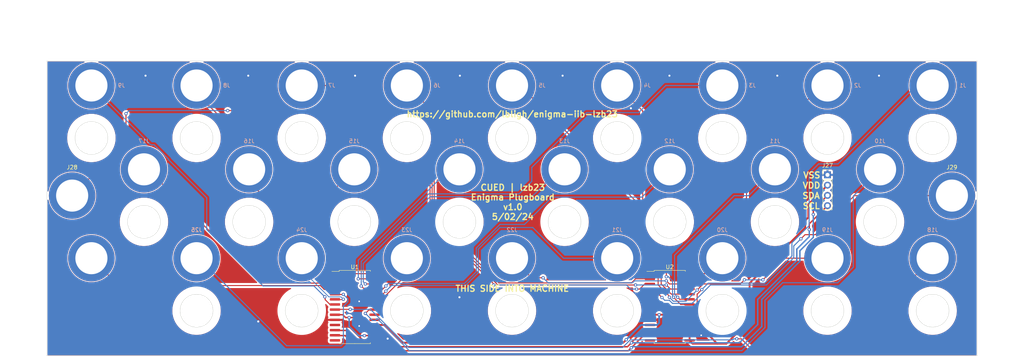
<source format=kicad_pcb>
(kicad_pcb (version 20221018) (generator pcbnew)
  (layers (0 "F.Cu" signal) (31 "B.Cu" signal) (34 "B.Paste" user) (35 "F.Paste" user) (36 "B.SilkS" user "B.Silkscreen") (37 "F.SilkS" user "F.Silkscreen") (38 "B.Mask" user) (39 "F.Mask" user) (44 "Edge.Cuts" user))
  (net 0 "")
  (net 1 "/Q")
  (net 2 "/W")
  (net 3 "/E")
  (net 4 "/R")
  (net 5 "/T")
  (net 6 "/Z")
  (net 7 "/U")
  (net 8 "/I")
  (net 9 "/O")
  (net 10 "/A")
  (net 11 "/S")
  (net 12 "/D")
  (net 13 "/F")
  (net 14 "/G")
  (net 15 "/H")
  (net 16 "/J")
  (net 17 "/K")
  (net 18 "/P")
  (net 19 "/Y")
  (net 20 "/X")
  (net 21 "/C")
  (net 22 "/V")
  (net 23 "/B")
  (net 24 "/N")
  (net 25 "/L")
  (net 26 "/M")
  (net 27 "SCK")
  (net 28 "SDA")
  (net 29 "VDD")
  (net 30 "VSS")
  (net 35 "/BT")
  (net 36 "/LT")
  (footprint "user_global_footprints:plugboard_test_socket" (layer "F.Cu") (at 255.26 70.33)
    (fp_text reference "J29")
    (fp_text value "Conn_01x01_Socket")
  )
  (footprint "user_global_footprints:plugboard_test_socket" (layer "F.Cu") (at 37.74 70.33)
    (fp_text reference "J28")
    (fp_text value "Conn_01x01_Socket")
  )
  (footprint "user_global_footprints:PinHeader_1x04_P2.54mm_Vertical_SLIM" (layer "F.Cu") (at 224.5 65.195)
    (fp_text reference "J27")
    (fp_text value "Conn_01x04_Pin")
  )
  (footprint "user_global_footprints:SOIC-28W_7.5x17.9mm_P1.27mm_long_pads" (layer "F.Cu") (at 107.622 97.917)
    (fp_text reference "U1")
    (fp_text value "MCP23017_SO")
  )
  (footprint "user_global_footprints:SOIC-28W_7.5x17.9mm_P1.27mm_long_pads" (layer "F.Cu") (at 185.5 97.912)
    (fp_text reference "U2")
    (fp_text value "MCP23017_SO")
  )
  (footprint "user_global_footprints:plugboard_socket" (layer "B.Cu") (at 198.5 85.83 180)
    (fp_text reference "J20")
    (fp_text value "Conn_01x01_Socket")
    (fp_circle (center 0 -13) (end 4 -13) (stroke (width 0.2)) (fill none) (layer "Edge.Cuts"))
  )
  (footprint "user_global_footprints:plugboard_socket" (layer "B.Cu") (at 172.5 85.83 180)
    (fp_text reference "J21")
    (fp_text value "Conn_01x01_Socket")
    (fp_circle (center 0 -13) (end 4 -13) (stroke (width 0.2)) (fill none) (layer "Edge.Cuts"))
  )
  (footprint "user_global_footprints:plugboard_socket" (layer "B.Cu") (at 224.5 85.83 180)
    (fp_text reference "J19")
    (fp_text value "Conn_01x01_Socket")
    (fp_circle (center 0 -13) (end 4 -13) (stroke (width 0.2)) (fill none) (layer "Edge.Cuts"))
  )
  (footprint "user_global_footprints:plugboard_socket" (layer "B.Cu") (at 68.5 43.07 180)
    (fp_text reference "J8")
    (fp_text value "Conn_01x01_Socket")
    (fp_circle (center 0 -13) (end 4 -13) (stroke (width 0.2)) (fill none) (layer "Edge.Cuts"))
  )
  (footprint "user_global_footprints:plugboard_socket" (layer "B.Cu") (at 250.5 43.07 180)
    (fp_text reference "J1")
    (fp_text value "Conn_01x01_Socket")
    (fp_circle (center 0 -13) (end 4 -13) (stroke (width 0.2)) (fill none) (layer "Edge.Cuts"))
  )
  (footprint "user_global_footprints:plugboard_socket" (layer "B.Cu") (at 146.5 85.83 180)
    (fp_text reference "J22")
    (fp_text value "Conn_01x01_Socket")
    (fp_circle (center 0 -13) (end 4 -13) (stroke (width 0.2)) (fill none) (layer "Edge.Cuts"))
  )
  (footprint "user_global_footprints:plugboard_socket" (layer "B.Cu") (at 146.5 43.07 180)
    (fp_text reference "J5")
    (fp_text value "Conn_01x01_Socket")
    (fp_circle (center 0 -13) (end 4 -13) (stroke (width 0.2)) (fill none) (layer "Edge.Cuts"))
  )
  (footprint "user_global_footprints:plugboard_socket" (layer "B.Cu") (at 133.5 63.83 180)
    (fp_text reference "J14")
    (fp_text value "Conn_01x01_Socket")
    (fp_circle (center 0 -13) (end 4 -13) (stroke (width 0.2)) (fill none) (layer "Edge.Cuts"))
  )
  (footprint "user_global_footprints:plugboard_socket" (layer "B.Cu") (at 120.5 85.83 180)
    (fp_text reference "J23")
    (fp_text value "Conn_01x01_Socket")
    (fp_circle (center 0 -13) (end 4 -13) (stroke (width 0.2)) (fill none) (layer "Edge.Cuts"))
  )
  (footprint "user_global_footprints:plugboard_socket" (layer "B.Cu") (at 250.5 85.83 180)
    (fp_text reference "J18")
    (fp_text value "Conn_01x01_Socket")
    (fp_circle (center 0 -13) (end 4 -13) (stroke (width 0.2)) (fill none) (layer "Edge.Cuts"))
  )
  (footprint "user_global_footprints:plugboard_socket" (layer "B.Cu") (at 185.5 63.83 180)
    (fp_text reference "J12")
    (fp_text value "Conn_01x01_Socket")
    (fp_circle (center 0 -13) (end 4 -13) (stroke (width 0.2)) (fill none) (layer "Edge.Cuts"))
  )
  (footprint "user_global_footprints:plugboard_socket" (layer "B.Cu") (at 94.5 85.83 180)
    (fp_text reference "J24")
    (fp_text value "Conn_01x01_Socket")
    (fp_circle (center 0 -13) (end 4 -13) (stroke (width 0.2)) (fill none) (layer "Edge.Cuts"))
  )
  (footprint "user_global_footprints:plugboard_socket" (layer "B.Cu") (at 107.5 63.83 180)
    (fp_text reference "J15")
    (fp_text value "Conn_01x01_Socket")
    (fp_circle (center 0 -13) (end 4 -13) (stroke (width 0.2)) (fill none) (layer "Edge.Cuts"))
  )
  (footprint "user_global_footprints:plugboard_socket" (layer "B.Cu") (at 198.5 43.07 180)
    (fp_text reference "J3")
    (fp_text value "Conn_01x01_Socket")
    (fp_circle (center 0 -13) (end 4 -13) (stroke (width 0.2)) (fill none) (layer "Edge.Cuts"))
  )
  (footprint "user_global_footprints:plugboard_socket" (layer "B.Cu") (at 172.5 43.07 180)
    (fp_text reference "J4")
    (fp_text value "Conn_01x01_Socket")
    (fp_circle (center 0 -13) (end 4 -13) (stroke (width 0.2)) (fill none) (layer "Edge.Cuts"))
  )
  (footprint "user_global_footprints:plugboard_socket" (layer "B.Cu") (at 68.5 85.83 180)
    (fp_text reference "J26")
    (fp_text value "Conn_01x01_Socket")
    (fp_circle (center 0 -13) (end 4 -13) (stroke (width 0.2)) (fill none) (layer "Edge.Cuts"))
  )
  (footprint "user_global_footprints:plugboard_socket" (layer "B.Cu") (at 42.5 43.07 180)
    (fp_text reference "J9")
    (fp_text value "Conn_01x01_Socket")
    (fp_circle (center 0 -13) (end 4 -13) (stroke (width 0.2)) (fill none) (layer "Edge.Cuts"))
  )
  (footprint "user_global_footprints:plugboard_socket" (layer "B.Cu") (at 224.5 43.07 180)
    (fp_text reference "J2")
    (fp_text value "Conn_01x01_Socket")
    (fp_circle (center 0 -13) (end 4 -13) (stroke (width 0.2)) (fill none) (layer "Edge.Cuts"))
  )
  (footprint "user_global_footprints:plugboard_socket" (layer "B.Cu") (at 68.5 85.83 180)
    (fp_text reference "J25")
    (fp_text value "Conn_01x01_Socket")
    (fp_circle (center 0 -13) (end 4 -13) (stroke (width 0.2)) (fill none) (layer "Edge.Cuts"))
  )
  (footprint "user_global_footprints:plugboard_socket" (layer "B.Cu") (at 81.5 63.83 180)
    (fp_text reference "J16")
    (fp_text value "Conn_01x01_Socket")
    (fp_circle (center 0 -13) (end 4 -13) (stroke (width 0.2)) (fill none) (layer "Edge.Cuts"))
  )
  (footprint "user_global_footprints:plugboard_socket" (layer "B.Cu") (at 159.5 63.83 180)
    (fp_text reference "J13")
    (fp_text value "Conn_01x01_Socket")
    (fp_circle (center 0 -13) (end 4 -13) (stroke (width 0.2)) (fill none) (layer "Edge.Cuts"))
  )
  (footprint "user_global_footprints:plugboard_socket" (layer "B.Cu") (at 211.5 63.83 180)
    (fp_text reference "J11")
    (fp_text value "Conn_01x01_Socket")
    (fp_circle (center 0 -13) (end 4 -13) (stroke (width 0.2)) (fill none) (layer "Edge.Cuts"))
  )
  (footprint "user_global_footprints:plugboard_socket" (layer "B.Cu") (at 94.5 43.07 180)
    (fp_text reference "J7")
    (fp_text value "Conn_01x01_Socket")
    (fp_circle (center 0 -13) (end 4 -13) (stroke (width 0.2)) (fill none) (layer "Edge.Cuts"))
  )
  (footprint "user_global_footprints:plugboard_socket" (layer "B.Cu") (at 55.5 63.83 180)
    (fp_text reference "J17")
    (fp_text value "Conn_01x01_Socket")
    (fp_circle (center 0 -13) (end 4 -13) (stroke (width 0.2)) (fill none) (layer "Edge.Cuts"))
  )
  (footprint "user_global_footprints:plugboard_socket" (layer "B.Cu") (at 120.5 43.07 180)
    (fp_text reference "J6")
    (fp_text value "Conn_01x01_Socket")
    (fp_circle (center 0 -13) (end 4 -13) (stroke (width 0.2)) (fill none) (layer "Edge.Cuts"))
  )
  (footprint "user_global_footprints:plugboard_socket" (layer "B.Cu") (at 237.5 63.83 180)
    (fp_text reference "J10")
    (fp_text value "Conn_01x01_Socket")
    (fp_circle (center 0 -13) (end 4 -13) (stroke (width 0.2)) (fill none) (layer "Edge.Cuts"))
  )
  (gr_rect (start 31.5 37) (end 261.5 110) (stroke (width 0.1)) (fill none) (layer "Edge.Cuts"))
  (gr_text "https://github.com/lbligh/enigma-iib-lzb23" (at 146.558 50.165) (layer "F.SilkS") (effects (font (size 1.5 1.5) (thickness 0.3) bold)))
  (gr_text "THIS SIDE INTO MACHINE" (at 146.558 93.345) (layer "F.SilkS") (effects (font (size 1.5 1.5) (thickness 0.3) bold)))
  (gr_text "VDD" (at 222.885 67.818) (layer "F.SilkS") (effects (font (size 1.5 1.5) (thickness 0.3) bold) (justify right)))
  (gr_text "CUED | lzb23\nEnigma Plugboard\nv1.0\n5/02/24" (at 146.685 76.454) (layer "F.SilkS") (effects (font (size 1.5 1.5) (thickness 0.3) bold) (justify bottom)))
  (gr_text "SCL" (at 222.758 72.898) (layer "F.SilkS") (effects (font (size 1.5 1.5) (thickness 0.3) bold) (justify right)))
  (gr_text "VSS" (at 222.885 65.278) (layer "F.SilkS") (effects (font (size 1.5 1.5) (thickness 0.3) bold) (justify right)))
  (gr_text "SDA" (at 222.758 70.358) (layer "F.SilkS") (effects (font (size 1.5 1.5) (thickness 0.3) bold) (justify right)))
  (segment (start 191.521 98.547) (end 190.4 98.547) (width 0.25) (layer "F.Cu") (net 1))
  (segment (start 192.278 97.79) (end 191.521 98.547) (width 0.25) (layer "F.Cu") (net 1))
  (segment (start 192.278 94.733402) (end 192.278 97.79) (width 0.25) (layer "F.Cu") (net 1))
  (segment (start 193.416701 93.594701) (end 192.278 94.733402) (width 0.25) (layer "F.Cu") (net 1))
  (via (at 193.416701 93.594701) (size 0.8) (drill 0.4) (layers "F.Cu" "B.Cu") (net 1))
  (segment (start 193.425299 93.594701) (end 195.014 92.006) (width 0.25) (layer "B.Cu") (net 1))
  (segment (start 219.964 77.760695) (end 219.964 64.818676) (width 0.25) (layer "B.Cu") (net 1))
  (segment (start 195.014 92.006) (end 208.984 92.006) (width 0.25) (layer "B.Cu") (net 1))
  (segment (start 227.076 62.484) (end 246.49 43.07) (width 0.25) (layer "B.Cu") (net 1))
  (segment (start 193.416701 93.594701) (end 193.425299 93.594701) (width 0.25) (layer "B.Cu") (net 1))
  (segment (start 215.704 82.020695) (end 219.964 77.760695) (width 0.25) (layer "B.Cu") (net 1))
  (segment (start 208.984 92.006) (end 215.704 85.286) (width 0.25) (layer "B.Cu") (net 1))
  (segment (start 222.298676 62.484) (end 227.076 62.484) (width 0.25) (layer "B.Cu") (net 1))
  (segment (start 215.704 85.286) (end 215.704 82.020695) (width 0.25) (layer "B.Cu") (net 1))
  (segment (start 219.964 64.818676) (end 222.298676 62.484) (width 0.25) (layer "B.Cu") (net 1))
  (segment (start 246.49 43.07) (end 250.5 43.07) (width 0.25) (layer "B.Cu") (net 1))
  (segment (start 190.4 90.927) (end 188.717 90.927) (width 0.25) (layer "F.Cu") (net 2))
  (segment (start 187.96 87.376) (end 204.47 70.866) (width 0.25) (layer "F.Cu") (net 2))
  (segment (start 188.717 90.927) (end 187.96 90.17) (width 0.25) (layer "F.Cu") (net 2))
  (segment (start 204.47 61.722) (end 223.122 43.07) (width 0.25) (layer "F.Cu") (net 2))
  (segment (start 204.47 70.866) (end 204.47 61.722) (width 0.25) (layer "F.Cu") (net 2))
  (segment (start 223.122 43.07) (end 224.5 43.07) (width 0.25) (layer "F.Cu") (net 2))
  (segment (start 187.96 90.17) (end 187.96 87.376) (width 0.25) (layer "F.Cu") (net 2))
  (segment (start 112.522 93.472) (end 109.982 93.472) (width 0.25) (layer "F.Cu") (net 3))
  (segment (start 109.982 93.472) (end 109.22 92.71) (width 0.25) (layer "F.Cu") (net 3))
  (via (at 109.22 92.71) (size 0.8) (drill 0.4) (layers "F.Cu" "B.Cu") (net 3))
  (segment (start 164.954652 49.784) (end 177.8 49.784) (width 0.25) (layer "B.Cu") (net 3))
  (segment (start 177.8 49.784) (end 184.514 43.07) (width 0.25) (layer "B.Cu") (net 3))
  (segment (start 184.514 43.07) (end 198.5 43.07) (width 0.25) (layer "B.Cu") (net 3))
  (segment (start 151.384 63.354652) (end 164.954652 49.784) (width 0.25) (layer "B.Cu") (net 3))
  (segment (start 125.929 69.905) (end 148.281 69.905) (width 0.25) (layer "B.Cu") (net 3))
  (segment (start 109.22 92.71) (end 109.22 86.614) (width 0.25) (layer "B.Cu") (net 3))
  (segment (start 148.281 69.905) (end 151.384 66.802) (width 0.25) (layer "B.Cu") (net 3))
  (segment (start 151.384 66.802) (end 151.384 63.354652) (width 0.25) (layer "B.Cu") (net 3))
  (segment (start 109.22 86.614) (end 125.929 69.905) (width 0.25) (layer "B.Cu") (net 3))
  (segment (start 184.658 88.392) (end 178.816 82.55) (width 0.25) (layer "F.Cu") (net 4))
  (segment (start 188.200402 97.277) (end 190.4 97.277) (width 0.25) (layer "F.Cu") (net 4))
  (segment (start 178.816 49.386) (end 172.5 43.07) (width 0.25) (layer "F.Cu") (net 4))
  (segment (start 184.658 90.424) (end 184.658 88.392) (width 0.25) (layer "F.Cu") (net 4))
  (segment (start 178.816 82.55) (end 178.816 49.386) (width 0.25) (layer "F.Cu") (net 4))
  (segment (start 186.431701 95.508299) (end 188.200402 97.277) (width 0.25) (layer "F.Cu") (net 4))
  (via (at 186.431701 95.508299) (size 0.8) (drill 0.4) (layers "F.Cu" "B.Cu") (net 4))
  (via (at 184.658 90.424) (size 0.8) (drill 0.4) (layers "F.Cu" "B.Cu") (net 4))
  (segment (start 186.182 95.258598) (end 186.431701 95.508299) (width 0.25) (layer "B.Cu") (net 4))
  (segment (start 184.658 90.424) (end 185.166 90.424) (width 0.25) (layer "B.Cu") (net 4))
  (segment (start 186.182 91.44) (end 186.182 95.258598) (width 0.25) (layer "B.Cu") (net 4))
  (segment (start 185.166 90.424) (end 186.182 91.44) (width 0.25) (layer "B.Cu") (net 4))
  (segment (start 185.905096 94.737) (end 190.4 94.737) (width 0.25) (layer "F.Cu") (net 5))
  (segment (start 183.388 88.138) (end 183.388 92.219904) (width 0.25) (layer "F.Cu") (net 5))
  (segment (start 183.388 92.219904) (end 185.905096 94.737) (width 0.25) (layer "F.Cu") (net 5))
  (segment (start 178.308 83.058) (end 183.388 88.138) (width 0.25) (layer "F.Cu") (net 5))
  (segment (start 148.48 43.07) (end 178.308 72.898) (width 0.25) (layer "F.Cu") (net 5))
  (segment (start 146.5 43.07) (end 148.48 43.07) (width 0.25) (layer "F.Cu") (net 5))
  (segment (start 178.308 72.898) (end 178.308 83.058) (width 0.25) (layer "F.Cu") (net 5))
  (segment (start 127.254 79.246058) (end 131.573942 83.566) (width 0.25) (layer "F.Cu") (net 6))
  (segment (start 176.022 91.948) (end 177.038 90.932) (width 0.25) (layer "F.Cu") (net 6))
  (segment (start 120.5 43.07) (end 128.524 51.094) (width 0.25) (layer "F.Cu") (net 6))
  (segment (start 128.524 59.944) (end 127.254 61.214) (width 0.25) (layer "F.Cu") (net 6))
  (segment (start 134.874 83.566) (end 143.256 91.948) (width 0.25) (layer "F.Cu") (net 6))
  (segment (start 143.256 91.948) (end 176.022 91.948) (width 0.25) (layer "F.Cu") (net 6))
  (segment (start 127.254 61.214) (end 127.254 79.246058) (width 0.25) (layer "F.Cu") (net 6))
  (segment (start 128.524 51.094) (end 128.524 59.944) (width 0.25) (layer "F.Cu") (net 6))
  (segment (start 131.573942 83.566) (end 134.874 83.566) (width 0.25) (layer "F.Cu") (net 6))
  (segment (start 177.038 90.932) (end 180.6 90.932) (width 0.25) (layer "F.Cu") (net 6))
  (segment (start 185.660401 93.467) (end 190.4 93.467) (width 0.25) (layer "F.Cu") (net 7))
  (segment (start 128.016 59.69) (end 126.746 60.96) (width 0.25) (layer "F.Cu") (net 7))
  (segment (start 126.746 60.96) (end 126.746 79.502) (width 0.25) (layer "F.Cu") (net 7))
  (segment (start 128.016 51.308) (end 128.016 59.69) (width 0.25) (layer "F.Cu") (net 7))
  (segment (start 131.318 84.074) (end 134.62 84.074) (width 0.25) (layer "F.Cu") (net 7))
  (segment (start 94.5 43.07) (end 111.908652 43.07) (width 0.25) (layer "F.Cu") (net 7))
  (segment (start 126.746 79.502) (end 131.318 84.074) (width 0.25) (layer "F.Cu") (net 7))
  (segment (start 125.984 49.276) (end 128.016 51.308) (width 0.25) (layer "F.Cu") (net 7))
  (segment (start 111.908652 43.07) (end 118.114652 49.276) (width 0.25) (layer "F.Cu") (net 7))
  (segment (start 118.114652 49.276) (end 125.984 49.276) (width 0.25) (layer "F.Cu") (net 7))
  (segment (start 143.002 92.456) (end 177.038 92.456) (width 0.25) (layer "F.Cu") (net 7))
  (segment (start 134.62 84.074) (end 143.002 92.456) (width 0.25) (layer "F.Cu") (net 7))
  (segment (start 184.645452 92.452051) (end 185.660401 93.467) (width 0.25) (layer "F.Cu") (net 7))
  (via (at 177.038 92.456) (size 0.8) (drill 0.4) (layers "F.Cu" "B.Cu") (net 7))
  (via (at 184.645452 92.452051) (size 0.8) (drill 0.4) (layers "F.Cu" "B.Cu") (net 7))
  (segment (start 184.641503 92.456) (end 177.038 92.456) (width 0.25) (layer "B.Cu") (net 7))
  (segment (start 184.645452 92.452051) (end 184.641503 92.456) (width 0.25) (layer "B.Cu") (net 7))
  (segment (start 102.95 89.745) (end 102.35 89.145) (width 0.25) (layer "F.Cu") (net 8))
  (segment (start 79.5 56) (end 68.5 45) (width 0.25) (layer "F.Cu") (net 8))
  (segment (start 102.35 89.145) (end 102.35 83.15) (width 0.25) (layer "F.Cu") (net 8))
  (segment (start 83.3 56) (end 79.5 56) (width 0.25) (layer "F.Cu") (net 8))
  (segment (start 68.5 45) (end 68.5 43.07) (width 0.25) (layer "F.Cu") (net 8))
  (segment (start 88.2 60.9) (end 83.3 56) (width 0.25) (layer "F.Cu") (net 8))
  (segment (start 102.35 83.15) (end 97.4 78.2) (width 0.25) (layer "F.Cu") (net 8))
  (segment (start 88.2 72.7) (end 88.2 60.9) (width 0.25) (layer "F.Cu") (net 8))
  (segment (start 97.4 78.2) (end 93.7 78.2) (width 0.25) (layer "F.Cu") (net 8))
  (segment (start 93.7 78.2) (end 88.2 72.7) (width 0.25) (layer "F.Cu") (net 8))
  (segment (start 100.3 95.489244) (end 100.3 96.1) (width 0.25) (layer "F.Cu") (net 9))
  (segment (start 101.565 97.365) (end 102.95 97.365) (width 0.25) (layer "F.Cu") (net 9))
  (segment (start 100.3 96.1) (end 101.565 97.365) (width 0.25) (layer "F.Cu") (net 9))
  (segment (start 100.205378 95.394622) (end 100.3 95.489244) (width 0.25) (layer "F.Cu") (net 9))
  (via (at 100.205378 95.394622) (size 0.8) (drill 0.4) (layers "F.Cu" "B.Cu") (net 9))
  (segment (start 61.575 61.448) (end 61.575 61.313652) (width 0.25) (layer "B.Cu") (net 9))
  (segment (start 84.958 92.705) (end 71.016348 78.763348) (width 0.25) (layer "B.Cu") (net 9))
  (segment (start 57.185 57.755) (end 42.5 43.07) (width 0.25) (layer "B.Cu") (net 9))
  (segment (start 100.205378 95.394622) (end 97.515756 92.705) (width 0.25) (layer "B.Cu") (net 9))
  (segment (start 97.515756 92.705) (end 84.958 92.705) (width 0.25) (layer "B.Cu") (net 9))
  (segment (start 71.016348 78.763348) (end 71.016348 70.889348) (width 0.25) (layer "B.Cu") (net 9))
  (segment (start 58.016348 57.755) (end 57.185 57.755) (width 0.25) (layer "B.Cu") (net 9))
  (segment (start 61.575 61.313652) (end 58.016348 57.755) (width 0.25) (layer "B.Cu") (net 9))
  (segment (start 71.016348 70.889348) (end 61.575 61.448) (width 0.25) (layer "B.Cu") (net 9))
  (segment (start 112.5 98.635) (end 111.115 98.635) (width 0.25) (layer "F.Cu") (net 10))
  (segment (start 111.115 98.635) (end 110.25 99.5) (width 0.25) (layer "F.Cu") (net 10))
  (via (at 110.25 99.5) (size 0.8) (drill 0.4) (layers "F.Cu" "B.Cu") (net 10))
  (segment (start 112 101.25) (end 112.68 101.25) (width 0.25) (layer "B.Cu") (net 10))
  (segment (start 112.68 101.25) (end 113.150773 100.779227) (width 0.25) (layer "B.Cu") (net 10))
  (segment (start 121.086363 108.714817) (end 203.324183 108.714817) (width 0.25) (layer "B.Cu") (net 10))
  (segment (start 227.016348 91.905) (end 230.886 88.035348) (width 0.25) (layer "B.Cu") (net 10))
  (segment (start 213.403 91.905) (end 227.016348 91.905) (width 0.25) (layer "B.Cu") (net 10))
  (segment (start 203.324183 108.714817) (end 209.042 102.997) (width 0.25) (layer "B.Cu") (net 10))
  (segment (start 113.150773 100.779227) (end 121.086363 108.714817) (width 0.25) (layer "B.Cu") (net 10))
  (segment (start 230.886 70.444) (end 237.5 63.83) (width 0.25) (layer "B.Cu") (net 10))
  (segment (start 209.042 96.266) (end 213.403 91.905) (width 0.25) (layer "B.Cu") (net 10))
  (segment (start 110.25 99.5) (end 112 101.25) (width 0.25) (layer "B.Cu") (net 10))
  (segment (start 230.886 88.035348) (end 230.886 70.444) (width 0.25) (layer "B.Cu") (net 10))
  (segment (start 209.042 102.997) (end 209.042 96.266) (width 0.25) (layer "B.Cu") (net 10))
  (segment (start 187.96 96.012) (end 190.395 96.012) (width 0.25) (layer "F.Cu") (net 11))
  (segment (start 187.452 95.504) (end 187.96 96.012) (width 0.25) (layer "F.Cu") (net 11))
  (segment (start 190.395 96.012) (end 190.4 96.007) (width 0.25) (layer "F.Cu") (net 11))
  (via (at 187.452 95.504) (size 0.8) (drill 0.4) (layers "F.Cu" "B.Cu") (net 11))
  (segment (start 186.69 94.742) (end 186.69 85.09) (width 0.25) (layer "B.Cu") (net 11))
  (segment (start 187.452 95.504) (end 186.69 94.742) (width 0.25) (layer "B.Cu") (net 11))
  (segment (start 204.972 70.358) (end 211.5 63.83) (width 0.25) (layer "B.Cu") (net 11))
  (segment (start 186.69 85.09) (end 201.422 70.358) (width 0.25) (layer "B.Cu") (net 11))
  (segment (start 201.422 70.358) (end 204.972 70.358) (width 0.25) (layer "B.Cu") (net 11))
  (segment (start 112.522 94.742) (end 113.284 94.742) (width 0.25) (layer "F.Cu") (net 12))
  (segment (start 114.3 93.726) (end 115.316 92.71) (width 0.25) (layer "F.Cu") (net 12))
  (segment (start 113.284 94.742) (end 114.3 93.726) (width 0.25) (layer "F.Cu") (net 12))
  (via (at 115.316 92.71) (size 0.8) (drill 0.4) (layers "F.Cu" "B.Cu") (net 12))
  (segment (start 137.668 83.312) (end 143.51 77.47) (width 0.25) (layer "B.Cu") (net 12))
  (segment (start 149.606 77.47) (end 156.371 70.705) (width 0.25) (layer "B.Cu") (net 12))
  (segment (start 115.316 92.71) (end 115.951 92.075) (width 0.25) (layer "B.Cu") (net 12))
  (segment (start 115.951 92.075) (end 134.747 92.075) (width 0.25) (layer "B.Cu") (net 12))
  (segment (start 134.747 92.075) (end 137.668 89.154) (width 0.25) (layer "B.Cu") (net 12))
  (segment (start 178.625 70.705) (end 185.5 63.83) (width 0.25) (layer "B.Cu") (net 12))
  (segment (start 156.371 70.705) (end 178.625 70.705) (width 0.25) (layer "B.Cu") (net 12))
  (segment (start 143.51 77.47) (end 149.606 77.47) (width 0.25) (layer "B.Cu") (net 12))
  (segment (start 137.668 89.154) (end 137.668 83.312) (width 0.25) (layer "B.Cu") (net 12))
  (segment (start 112.522 92.202) (end 110.236 92.202) (width 0.25) (layer "F.Cu") (net 13))
  (via (at 110.236 92.202) (size 0.8) (drill 0.4) (layers "F.Cu" "B.Cu") (net 13))
  (segment (start 158.166 63.83) (end 159.5 63.83) (width 0.25) (layer "B.Cu") (net 13))
  (segment (start 109.728 91.694) (end 109.728 87.122) (width 0.25) (layer "B.Cu") (net 13))
  (segment (start 151.384 70.612) (end 158.166 63.83) (width 0.25) (layer "B.Cu") (net 13))
  (segment (start 109.728 87.122) (end 126.238 70.612) (width 0.25) (layer "B.Cu") (net 13))
  (segment (start 110.236 92.202) (end 109.728 91.694) (width 0.25) (layer "B.Cu") (net 13))
  (segment (start 126.238 70.612) (end 151.384 70.612) (width 0.25) (layer "B.Cu") (net 13))
  (segment (start 108.4955 90.932) (end 112.522 90.932) (width 0.25) (layer "F.Cu") (net 14))
  (via (at 108.4955 90.932) (size 0.8) (drill 0.4) (layers "F.Cu" "B.Cu") (net 14))
  (segment (start 108.4955 86.3225) (end 130.988 63.83) (width 0.25) (layer "B.Cu") (net 14))
  (segment (start 108.4955 90.932) (end 108.4955 86.3225) (width 0.25) (layer "B.Cu") (net 14))
  (segment (start 130.988 63.83) (end 133.5 63.83) (width 0.25) (layer "B.Cu") (net 14))
  (segment (start 100.75 80) (end 100.75 70.58) (width 0.25) (layer "F.Cu") (net 15))
  (segment (start 112.417 89.662) (end 106.662 89.662) (width 0.25) (layer "F.Cu") (net 15))
  (segment (start 100.75 70.58) (end 107.5 63.83) (width 0.25) (layer "F.Cu") (net 15))
  (segment (start 106.662 89.662) (end 103.25 86.25) (width 0.25) (layer "F.Cu") (net 15))
  (segment (start 103.25 86.25) (end 103.25 82.5) (width 0.25) (layer "F.Cu") (net 15))
  (segment (start 103.25 82.5) (end 100.75 80) (width 0.25) (layer "F.Cu") (net 15))
  (segment (start 100.3 90.3) (end 100.3 88.6) (width 0.25) (layer "F.Cu") (net 16))
  (segment (start 97 79.1) (end 92.7 79.1) (width 0.25) (layer "F.Cu") (net 16))
  (segment (start 102.95 91.015) (end 101.015 91.015) (width 0.25) (layer "F.Cu") (net 16))
  (segment (start 81.5 66.9) (end 81.5 63.83) (width 0.25) (layer "F.Cu") (net 16))
  (segment (start 100.3 88.6) (end 101 87.9) (width 0.25) (layer "F.Cu") (net 16))
  (segment (start 101 87.9) (end 101 83.1) (width 0.25) (layer "F.Cu") (net 16))
  (segment (start 92.7 79.1) (end 87.6 74) (width 0.25) (layer "F.Cu") (net 16))
  (segment (start 87.6 73) (end 81.5 66.9) (width 0.25) (layer "F.Cu") (net 16))
  (segment (start 101.015 91.015) (end 100.3 90.3) (width 0.25) (layer "F.Cu") (net 16))
  (segment (start 87.6 74) (end 87.6 73) (width 0.25) (layer "F.Cu") (net 16))
  (segment (start 101 83.1) (end 97 79.1) (width 0.25) (layer "F.Cu") (net 16))
  (segment (start 102.945 92.29) (end 99.99 92.29) (width 0.25) (layer "F.Cu") (net 17))
  (segment (start 84.6 92) (end 56.43 63.83) (width 0.25) (layer "F.Cu") (net 17))
  (segment (start 99.7 92) (end 84.6 92) (width 0.25) (layer "F.Cu") (net 17))
  (segment (start 56.43 63.83) (end 55.5 63.83) (width 0.25) (layer "F.Cu") (net 17))
  (segment (start 99.99 92.29) (end 99.7 92) (width 0.25) (layer "F.Cu") (net 17))
  (segment (start 102.7 98.64) (end 102.84 98.5) (width 0.25) (layer "F.Cu") (net 18))
  (segment (start 203.2 105.791) (end 205.359 107.95) (width 0.25) (layer "F.Cu") (net 18))
  (segment (start 241.75 101.25) (end 241.75 94.58) (width 0.25) (layer "F.Cu") (net 18))
  (segment (start 235.05 107.95) (end 241.75 101.25) (width 0.25) (layer "F.Cu") (net 18))
  (segment (start 241.75 94.58) (end 250.5 85.83) (width 0.25) (layer "F.Cu") (net 18))
  (segment (start 205.359 107.95) (end 235.05 107.95) (width 0.25) (layer "F.Cu") (net 18))
  (segment (start 202.057 105.791) (end 203.2 105.791) (width 0.25) (layer "F.Cu") (net 18))
  (segment (start 102.84 98.5) (end 106.5 98.5) (width 0.25) (layer "F.Cu") (net 18))
  (via (at 202.057 105.791) (size 0.8) (drill 0.4) (layers "F.Cu" "B.Cu") (net 18))
  (via (at 106.5 98.5) (size 0.8) (drill 0.4) (layers "F.Cu" "B.Cu") (net 18))
  (segment (start 202.057 105.791) (end 201.295 105.791) (width 0.25) (layer "B.Cu") (net 18))
  (segment (start 173.825305 107.95) (end 120.957942 107.95) (width 0.25) (layer "B.Cu") (net 18))
  (segment (start 175.725353 106.049952) (end 173.825305 107.95) (width 0.25) (layer "B.Cu") (net 18))
  (segment (start 201.036048 106.049952) (end 175.725353 106.049952) (width 0.25) (layer "B.Cu") (net 18))
  (segment (start 201.295 105.791) (end 201.036048 106.049952) (width 0.25) (layer "B.Cu") (net 18))
  (segment (start 111.507942 98.5) (end 106.5 98.5) (width 0.25) (layer "B.Cu") (net 18))
  (segment (start 120.957942 107.95) (end 111.507942 98.5) (width 0.25) (layer "B.Cu") (net 18))
  (segment (start 182.626 92.456) (end 182.626 90.17) (width 0.25) (layer "F.Cu") (net 19))
  (segment (start 213.89 85.83) (end 208.534 91.186) (width 0.25) (layer "F.Cu") (net 19))
  (segment (start 192.269402 93.717402) (end 193.784804 92.202) (width 0.25) (layer "F.Cu") (net 19))
  (segment (start 193.784804 92.202) (end 202.946 92.202) (width 0.25) (layer "F.Cu") (net 19))
  (segment (start 185.42 95.25) (end 182.626 92.456) (width 0.25) (layer "F.Cu") (net 19))
  (segment (start 202.946 92.202) (end 203.962 91.186) (width 0.25) (layer "F.Cu") (net 19))
  (segment (start 185.42 95.504) (end 185.42 95.25) (width 0.25) (layer "F.Cu") (net 19))
  (segment (start 182.626 90.17) (end 182.118 89.662) (width 0.25) (layer "F.Cu") (net 19))
  (segment (start 182.118 89.662) (end 180.6 89.662) (width 0.25) (layer "F.Cu") (net 19))
  (segment (start 224.5 85.83) (end 213.89 85.83) (width 0.25) (layer "F.Cu") (net 19))
  (via (at 185.42 95.504) (size 0.8) (drill 0.4) (layers "F.Cu" "B.Cu") (net 19))
  (via (at 203.962 91.186) (size 0.8) (drill 0.4) (layers "F.Cu" "B.Cu") (net 19))
  (via (at 192.269402 93.717402) (size 0.8) (drill 0.4) (layers "F.Cu" "B.Cu") (net 19))
  (via (at 208.534 91.186) (size 0.8) (drill 0.4) (layers "F.Cu" "B.Cu") (net 19))
  (segment (start 208.534 91.186) (end 203.962 91.186) (width 0.25) (layer "B.Cu") (net 19))
  (segment (start 189.503804 96.483) (end 192.269402 93.717402) (width 0.25) (layer "B.Cu") (net 19))
  (segment (start 186.381097 96.483) (end 189.503804 96.483) (width 0.25) (layer "B.Cu") (net 19))
  (segment (start 185.42 95.521903) (end 186.381097 96.483) (width 0.25) (layer "B.Cu") (net 19))
  (segment (start 185.42 95.504) (end 185.42 95.521903) (width 0.25) (layer "B.Cu") (net 19))
  (segment (start 190.4 89.657) (end 194.673 89.657) (width 0.25) (layer "F.Cu") (net 20))
  (segment (start 194.673 89.657) (end 198.5 85.83) (width 0.25) (layer "F.Cu") (net 20))
  (segment (start 115.316 93.98) (end 113.284 96.012) (width 0.25) (layer "F.Cu") (net 21))
  (segment (start 113.284 96.012) (end 112.522 96.012) (width 0.25) (layer "F.Cu") (net 21))
  (via (at 115.316 93.98) (size 0.8) (drill 0.4) (layers "F.Cu" "B.Cu") (net 21))
  (segment (start 135.001 92.583) (end 138.176 89.408) (width 0.25) (layer "B.Cu") (net 21))
  (segment (start 138.176 89.408) (end 138.176 83.566) (width 0.25) (layer "B.Cu") (net 21))
  (segment (start 115.316 93.98) (end 116.713 92.583) (width 0.25) (layer "B.Cu") (net 21))
  (segment (start 138.176 83.566) (end 143.51 78.232) (width 0.25) (layer "B.Cu") (net 21))
  (segment (start 143.51 78.232) (end 151.638 78.232) (width 0.25) (layer "B.Cu") (net 21))
  (segment (start 159.236 85.83) (end 172.5 85.83) (width 0.25) (layer "B.Cu") (net 21))
  (segment (start 151.638 78.232) (end 159.236 85.83) (width 0.25) (layer "B.Cu") (net 21))
  (segment (start 116.713 92.583) (end 135.001 92.583) (width 0.25) (layer "B.Cu") (net 21))
  (segment (start 151.348 90.678) (end 154.178 90.678) (width 0.25) (layer "F.Cu") (net 22))
  (segment (start 185.42 92.202) (end 190.395 92.202) (width 0.25) (layer "F.Cu") (net 22))
  (segment (start 190.395 92.202) (end 190.4 92.197) (width 0.25) (layer "F.Cu") (net 22))
  (segment (start 184.658 91.44) (end 185.42 92.202) (width 0.25) (layer "F.Cu") (net 22))
  (segment (start 146.5 85.83) (end 151.348 90.678) (width 0.25) (layer "F.Cu") (net 22))
  (via (at 184.658 91.44) (size 0.8) (drill 0.4) (layers "F.Cu" "B.Cu") (net 22))
  (via (at 154.178 90.678) (size 0.8) (drill 0.4) (layers "F.Cu" "B.Cu") (net 22))
  (segment (start 176.319 91.905) (end 155.405 91.905) (width 0.25) (layer "B.Cu") (net 22))
  (segment (start 155.405 91.905) (end 154.178 90.678) (width 0.25) (layer "B.Cu") (net 22))
  (segment (start 176.784 91.44) (end 176.319 91.905) (width 0.25) (layer "B.Cu") (net 22))
  (segment (start 184.658 91.44) (end 176.784 91.44) (width 0.25) (layer "B.Cu") (net 22))
  (segment (start 120.5 89.821305) (end 120.5 85.83) (width 0.25) (layer "F.Cu") (net 23))
  (segment (start 114.652802 95.668503) (end 120.5 89.821305) (width 0.25) (layer "F.Cu") (net 23))
  (segment (start 114.652802 96.421198) (end 114.652802 95.668503) (width 0.25) (layer "F.Cu") (net 23))
  (segment (start 112.522 97.282) (end 113.792 97.282) (width 0.25) (layer "F.Cu") (net 23))
  (segment (start 113.792 97.282) (end 114.652802 96.421198) (width 0.25) (layer "F.Cu") (net 23))
  (segment (start 104.705 96.095) (end 104.8 96) (width 0.2) (layer "F.Cu") (net 24))
  (segment (start 102.95 96.095) (end 104.705 96.095) (width 0.2) (layer "F.Cu") (net 24))
  (via (at 104.8 96) (size 0.8) (drill 0.4) (layers "F.Cu" "B.Cu") (net 24))
  (segment (start 104.2 95.4) (end 101.2 95.4) (width 0.2) (layer "B.Cu") (net 24))
  (segment (start 104.8 96) (end 104.2 95.4) (width 0.2) (layer "B.Cu") (net 24))
  (segment (start 94.5 88.7) (end 94.5 85.83) (width 0.2) (layer "B.Cu") (net 24))
  (segment (start 101.2 95.4) (end 94.5 88.7) (width 0.2) (layer "B.Cu") (net 24))
  (segment (start 49.27 92.6) (end 42.5 85.83) (width 0.25) (layer "F.Cu") (net 25))
  (segment (start 100.06 93.56) (end 99.1 92.6) (width 0.25) (layer "F.Cu") (net 25))
  (segment (start 99.1 92.6) (end 49.27 92.6) (width 0.25) (layer "F.Cu") (net 25))
  (segment (start 102.945 93.56) (end 100.06 93.56) (width 0.25) (layer "F.Cu") (net 25))
  (segment (start 42.5 88.6) (end 42.5 85.83) (width 0.25) (layer "B.Cu") (net 25))
  (segment (start 102.95 94.825) (end 104.775 94.825) (width 0.25) (layer "F.Cu") (net 26))
  (segment (start 104.775 94.825) (end 104.8 94.8) (width 0.25) (layer "F.Cu") (net 26))
  (segment (start 68.5 85.83) (end 68.5 86.6) (width 0.25) (layer "F.Cu") (net 26))
  (via (at 104.8 94.8) (size 0.8) (drill 0.4) (layers "F.Cu" "B.Cu") (net 26))
  (segment (start 104.8 97.7) (end 104.8 106.95) (width 0.25) (layer "B.Cu") (net 26))
  (segment (start 69.105305 85.83) (end 68.5 85.83) (width 0.25) (layer "B.Cu") (net 26))
  (segment (start 105.9 95.9) (end 105.9 96.6) (width 0.25) (layer "B.Cu") (net 26))
  (segment (start 105.9 96.6) (end 104.8 97.7) (width 0.25) (layer "B.Cu") (net 26))
  (segment (start 104.8 106.95) (end 104.25 107.5) (width 0.25) (layer "B.Cu") (net 26))
  (segment (start 104.8 94.8) (end 105.9 95.9) (width 0.25) (layer "B.Cu") (net 26))
  (segment (start 104.25 107.5) (end 90.775305 107.5) (width 0.25) (layer "B.Cu") (net 26))
  (segment (start 90.775305 107.5) (end 69.105305 85.83) (width 0.25) (layer "B.Cu") (net 26))
  (segment (start 176.024952 106.725048) (end 179.03 103.72) (width 0.35) (layer "F.Cu") (net 27))
  (segment (start 176.024952 106.774952) (end 176.024952 106.725048) (width 0.35) (layer "F.Cu") (net 27))
  (segment (start 179.03 103.72) (end 180.6 103.72) (width 0.35) (layer "F.Cu") (net 27))
  (segment (start 176.024952 106.774952) (end 175.049904 107.75) (width 0.35) (layer "F.Cu") (net 27))
  (segment (start 220 77.315) (end 224.5 72.815) (width 0.35) (layer "F.Cu") (net 27))
  (segment (start 175.049904 107.75) (end 110 107.75) (width 0.35) (layer "F.Cu") (net 27))
  (segment (start 220 78.75) (end 220 77.315) (width 0.35) (layer "F.Cu") (net 27))
  (segment (start 105.97 103.72) (end 102.7 103.72) (width 0.35) (layer "F.Cu") (net 27))
  (segment (start 110 107.75) (end 105.97 103.72) (width 0.35) (layer "F.Cu") (net 27))
  (via (at 220 78.75) (size 0.8) (drill 0.4) (layers "F.Cu" "B.Cu") (net 27))
  (via (at 176.024952 106.774952) (size 0.8) (drill 0.4) (layers "F.Cu" "B.Cu") (net 27))
  (segment (start 207.25 96.026) (end 216.916 86.36) (width 0.35) (layer "B.Cu") (net 27))
  (segment (start 216.916 86.36) (end 216.916 83.566) (width 0.35) (layer "B.Cu") (net 27))
  (segment (start 202.725048 106.774952) (end 207.25 102.25) (width 0.35) (layer "B.Cu") (net 27))
  (segment (start 176.024952 106.774952) (end 202.725048 106.774952) (width 0.35) (layer "B.Cu") (net 27))
  (segment (start 207.25 102.25) (end 207.25 96.026) (width 0.35) (layer "B.Cu") (net 27))
  (segment (start 216.916 83.566) (end 220 80.482) (width 0.35) (layer "B.Cu") (net 27))
  (segment (start 220 80.482) (end 220 78.75) (width 0.35) (layer "B.Cu") (net 27))
  (segment (start 175.989817 107.989817) (end 176.010183 107.989817) (width 0.35) (layer "F.Cu") (net 28))
  (segment (start 221 73.775) (end 224.5 70.275) (width 0.35) (layer "F.Cu") (net 28))
  (segment (start 179.01 104.99) (end 180.6 104.99) (width 0.35) (layer "F.Cu") (net 28))
  (segment (start 175.229634 108.75) (end 109 108.75) (width 0.35) (layer "F.Cu") (net 28))
  (segment (start 175.989817 107.989817) (end 175.229634 108.75) (width 0.35) (layer "F.Cu") (net 28))
  (segment (start 109 108.75) (end 105.24 104.99) (width 0.35) (layer "F.Cu") (net 28))
  (segment (start 105.24 104.99) (end 102.7 104.99) (width 0.35) (layer "F.Cu") (net 28))
  (segment (start 176.010183 107.989817) (end 179.01 104.99) (width 0.35) (layer "F.Cu") (net 28))
  (segment (start 221 75) (end 221 73.775) (width 0.35) (layer "F.Cu") (net 28))
  (via (at 175.989817 107.989817) (size 0.8) (drill 0.4) (layers "F.Cu" "B.Cu") (net 28))
  (via (at 221 75) (size 0.8) (drill 0.4) (layers "F.Cu" "B.Cu") (net 28))
  (segment (start 217.678 83.989941) (end 221 80.667941) (width 0.35) (layer "B.Cu") (net 28))
  (segment (start 175.989817 107.989817) (end 176.229634 107.75) (width 0.35) (layer "B.Cu") (net 28))
  (segment (start 176.229634 107.75) (end 203.25 107.75) (width 0.35) (layer "B.Cu") (net 28))
  (segment (start 217.678 86.614) (end 217.678 83.989941) (width 0.35) (layer "B.Cu") (net 28))
  (segment (start 208.25 102.75) (end 208.25 96.042) (width 0.35) (layer "B.Cu") (net 28))
  (segment (start 208.25 96.042) (end 217.678 86.614) (width 0.35) (layer "B.Cu") (net 28))
  (segment (start 203.25 107.75) (end 208.25 102.75) (width 0.35) (layer "B.Cu") (net 28))
  (segment (start 221 80.667941) (end 221 75) (width 0.35) (layer "B.Cu") (net 28))
  (segment (start 192.612 102.362) (end 197.25 107) (width 0.45) (layer "F.Cu") (net 29))
  (segment (start 112.25 102.362) (end 111.252 102.362) (width 0.35) (layer "F.Cu") (net 29))
  (segment (start 112.5 104.985) (end 110.015 104.985) (width 0.35) (layer "F.Cu") (net 29))
  (segment (start 219.75 75.75) (end 219.75 72.5) (width 0.45) (layer "F.Cu") (net 29))
  (segment (start 219.75 72.5) (end 224.5 67.75) (width 0.45) (layer "F.Cu") (net 29))
  (segment (start 102.722 99.827) (end 104.653 99.827) (width 0.35) (layer "F.Cu") (net 29))
  (segment (start 180.688 99.822) (end 182.88 99.822) (width 0.45) (layer "F.Cu") (net 29))
  (segment (start 111.252 102.362) (end 109.415 100.525) (width 0.35) (layer "F.Cu") (net 29))
  (segment (start 174 106.75) (end 174.75 106) (width 0.45) (layer "F.Cu") (net 29))
  (segment (start 219 78.25) (end 219 76.5) (width 0.45) (layer "F.Cu") (net 29))
  (segment (start 182.88 99.822) (end 184.912 99.822) (width 0.45) (layer "F.Cu") (net 29))
  (segment (start 119.25 106.75) (end 174 106.75) (width 0.45) (layer "F.Cu") (net 29))
  (segment (start 105.351 100.525) (end 106.225 100.525) (width 0.35) (layer "F.Cu") (net 29))
  (segment (start 205.232 101.268) (end 205.232 92.018) (width 0.45) (layer "F.Cu") (net 29))
  (segment (start 112.5 102.362) (end 114.945 102.362) (width 0.45) (layer "F.Cu") (net 29))
  (segment (start 184.912 99.822) (end 187.452 102.362) (width 0.45) (layer "F.Cu") (net 29))
  (segment (start 191.145 107) (end 197.25 107) (width 0.45) (layer "F.Cu") (net 29))
  (segment (start 187.452 102.362) (end 192.612 102.362) (width 0.45) (layer "F.Cu") (net 29))
  (segment (start 110.015 104.985) (end 110 105) (width 0.35) (layer "F.Cu") (net 29))
  (segment (start 114.945 102.445) (end 119.25 106.75) (width 0.45) (layer "F.Cu") (net 29))
  (segment (start 109.415 100.525) (end 106.225 100.525) (width 0.35) (layer "F.Cu") (net 29))
  (segment (start 190.4 106.255) (end 191.145 107) (width 0.45) (layer "F.Cu") (net 29))
  (segment (start 224.5 67.75) (end 224.5 67.735) (width 0.45) (layer "F.Cu") (net 29))
  (segment (start 190.4 106.255) (end 190.4 104.985) (width 0.45) (layer "F.Cu") (net 29))
  (segment (start 104.653 99.827) (end 105.351 100.525) (width 0.35) (layer "F.Cu") (net 29))
  (segment (start 199.5 107) (end 205.232 101.268) (width 0.45) (layer "F.Cu") (net 29))
  (segment (start 197.25 107) (end 199.5 107) (width 0.45) (layer "F.Cu") (net 29))
  (segment (start 219 76.5) (end 219.75 75.75) (width 0.45) (layer "F.Cu") (net 29))
  (segment (start 205.232 92.018) (end 219 78.25) (width 0.45) (layer "F.Cu") (net 29))
  (via (at 182.88 99.822) (size 0.8) (drill 0.4) (layers "F.Cu" "B.Cu") (net 29))
  (via (at 110 105) (size 0.8) (drill 0.4) (layers "F.Cu" "B.Cu") (net 29))
  (via (at 106.225 100.525) (size 0.8) (drill 0.4) (layers "F.Cu" "B.Cu") (net 29))
  (via (at 174.75 106) (size 0.8) (drill 0.4) (layers "F.Cu" "B.Cu") (net 29))
  (segment (start 182.372 102.362) (end 178.388 102.362) (width 0.45) (layer "B.Cu") (net 29))
  (segment (start 108.556 105) (end 106.225 102.669) (width 0.35) (layer "B.Cu") (net 29))
  (segment (start 182.88 101.854) (end 182.372 102.362) (width 0.45) (layer "B.Cu") (net 29))
  (segment (start 182.88 99.822) (end 182.88 101.854) (width 0.45) (layer "B.Cu") (net 29))
  (segment (start 178.388 102.362) (end 174.75 106) (width 0.45) (layer "B.Cu") (net 29))
  (segment (start 106.225 102.669) (end 106.225 100.525) (width 0.35) (layer "B.Cu") (net 29))
  (segment (start 110 105) (end 108.556 105) (width 0.35) (layer "B.Cu") (net 29))
  (segment (start 184.15 101.092) (end 180.6 101.092) (width 0.65) (layer "F.Cu") (net 30))
  (segment (start 186.685 103.627) (end 184.15 101.092) (width 0.65) (layer "F.Cu") (net 30))
  (segment (start 193.27525 104.92075) (end 191.9815 103.627) (width 0.65) (layer "F.Cu") (net 30))
  (segment (start 190.4 103.627) (end 186.685 103.627) (width 0.65) (layer "F.Cu") (net 30))
  (segment (start 191.9815 103.627) (end 190.4 103.627) (width 0.65) (layer "F.Cu") (net 30))
  (via (at 108.712 102.616) (size 0.8) (drill 0.4) (layers "F.Cu" "B.Cu") (net 30))
  (via (at 159.004 40.64) (size 0.8) (drill 0.5) (layers "F.Cu" "B.Cu") (net 30))
  (via (at 55.88 40.64) (size 0.8) (drill 0.5) (layers "F.Cu" "B.Cu") (net 30))
  (via (at 237.236 40.64) (size 0.8) (drill 0.5) (layers "F.Cu" "B.Cu") (net 30))
  (via (at 115.75 105.75) (size 0.8) (drill 0.5) (layers "F.Cu" "B.Cu") (net 30))
  (via (at 175.9 48.7) (size 0.8) (drill 0.5) (layers "F.Cu" "B.Cu") (net 30))
  (via (at 133.604 40.64) (size 0.8) (drill 0.5) (layers "F.Cu" "B.Cu") (net 30))
  (via (at 107.696 40.64) (size 0.8) (drill 0.5) (layers "F.Cu" "B.Cu") (net 30))
  (via (at 83.75 101.5) (size 0.8) (drill 0.5) (layers "F.Cu" "B.Cu") (net 30))
  (via (at 185.42 40.64) (size 0.8) (drill 0.5) (layers "F.Cu" "B.Cu") (net 30))
  (via (at 212.09 40.64) (size 0.8) (drill 0.5) (layers "F.Cu" "B.Cu") (net 30))
  (via (at 133.5 95.5) (size 0.8) (drill 0.5) (layers "F.Cu" "B.Cu") (net 30))
  (via (at 193.27525 104.92075) (size 0.8) (drill 0.4) (layers "F.Cu" "B.Cu") (net 30))
  (via (at 108.712 96.52) (size 0.8) (drill 0.4) (layers "F.Cu" "B.Cu") (net 30))
  (via (at 81.28 40.64) (size 0.8) (drill 0.5) (layers "F.Cu" "B.Cu") (net 30))
  (segment (start 51.054 50.038) (end 51.054 57.016) (width 0.25) (layer "F.Cu") (net 35))
  (segment (start 141.981701 92.460299) (end 141.981701 92.197701) (width 0.25) (layer "F.Cu") (net 35))
  (segment (start 179.324 92.202) (end 178.054 93.472) (width 0.25) (layer "F.Cu") (net 35))
  (segment (start 126.238 60.706) (end 127.508 59.436) (width 0.25) (layer "F.Cu") (net 35))
  (segment (start 102.87 43.688) (end 97.282 49.276) (width 0.25) (layer "F.Cu") (net 35))
  (segment (start 125.672 49.726) (end 117.928256 49.726) (width 0.25) (layer "F.Cu") (net 35))
  (segment (start 178.054 93.472) (end 177.292 93.472) (width 0.25) (layer "F.Cu") (net 35))
  (segment (start 126.238 79.756) (end 126.238 60.706) (width 0.25) (layer "F.Cu") (net 35))
  (segment (start 111.890256 43.688) (end 102.87 43.688) (width 0.25) (layer "F.Cu") (net 35))
  (segment (start 117.928256 49.726) (end 111.890256 43.688) (width 0.25) (layer "F.Cu") (net 35))
  (segment (start 97.282 49.276) (end 76.2 49.276) (width 0.25) (layer "F.Cu") (net 35))
  (segment (start 134.366 84.582) (end 131.064 84.582) (width 0.25) (layer "F.Cu") (net 35))
  (segment (start 127.508 51.562) (end 125.672 49.726) (width 0.25) (layer "F.Cu") (net 35))
  (segment (start 51.054 57.016) (end 37.74 70.33) (width 0.25) (layer "F.Cu") (net 35))
  (segment (start 141.981701 92.197701) (end 134.366 84.582) (width 0.25) (layer "F.Cu") (net 35))
  (segment (start 127.508 59.436) (end 127.508 51.562) (width 0.25) (layer "F.Cu") (net 35))
  (segment (start 131.064 84.582) (end 126.238 79.756) (width 0.25) (layer "F.Cu") (net 35))
  (segment (start 180.6 92.202) (end 179.324 92.202) (width 0.25) (layer "F.Cu") (net 35))
  (via (at 76.2 49.276) (size 0.8) (drill 0.4) (layers "F.Cu" "B.Cu") (net 35))
  (via (at 141.981701 92.460299) (size 0.8) (drill 0.4) (layers "F.Cu" "B.Cu") (net 35))
  (via (at 51.054 50.038) (size 0.8) (drill 0.4) (layers "F.Cu" "B.Cu") (net 35))
  (via (at 177.292 93.472) (size 0.8) (drill 0.4) (layers "F.Cu" "B.Cu") (net 35))
  (segment (start 51.816 49.276) (end 51.054 50.038) (width 0.25) (layer "B.Cu") (net 35))
  (segment (start 141.986 92.456) (end 174.788058 92.456) (width 0.25) (layer "B.Cu") (net 35))
  (segment (start 76.2 49.276) (end 51.816 49.276) (width 0.25) (layer "B.Cu") (net 35))
  (segment (start 141.981701 92.460299) (end 141.986 92.456) (width 0.25) (layer "B.Cu") (net 35))
  (segment (start 174.788058 92.456) (end 175.804058 93.472) (width 0.25) (layer "B.Cu") (net 35))
  (segment (start 175.804058 93.472) (end 177.292 93.472) (width 0.25) (layer "B.Cu") (net 35))
  (segment (start 217.932 81.026) (end 218.948 80.01) (width 0.25) (layer "F.Cu") (net 36))
  (segment (start 221.488 80.01) (end 231.168 70.33) (width 0.25) (layer "F.Cu") (net 36))
  (segment (start 182.488 94.486994) (end 182.488 94.096) (width 0.25) (layer "F.Cu") (net 36))
  (segment (start 183.573503 95.572497) (end 182.488 94.486994) (width 0.25) (layer "F.Cu") (net 36))
  (segment (start 231.168 70.33) (end 255.26 70.33) (width 0.25) (layer "F.Cu") (net 36))
  (segment (start 182.488 94.096) (end 181.864 93.472) (width 0.25) (layer "F.Cu") (net 36))
  (segment (start 218.948 80.01) (end 221.488 80.01) (width 0.25) (layer "F.Cu") (net 36))
  (segment (start 181.864 93.472) (end 180.6 93.472) (width 0.25) (layer "F.Cu") (net 36))
  (via (at 217.932 81.026) (size 0.8) (drill 0.4) (layers "F.Cu" "B.Cu") (net 36))
  (via (at 183.573503 95.572497) (size 0.8) (drill 0.4) (layers "F.Cu" "B.Cu") (net 36))
  (segment (start 185.42 96.266) (end 186.182 97.028) (width 0.25) (layer "B.Cu") (net 36))
  (segment (start 186.182 97.028) (end 191.008 97.028) (width 0.25) (layer "B.Cu") (net 36))
  (segment (start 209.423 92.456) (end 216.154 85.725) (width 0.25) (layer "B.Cu") (net 36))
  (segment (start 191.008 97.028) (end 195.58 92.456) (width 0.25) (layer "B.Cu") (net 36))
  (segment (start 216.154 82.804) (end 217.932 81.026) (width 0.25) (layer "B.Cu") (net 36))
  (segment (start 183.573503 95.572497) (end 184.267006 96.266) (width 0.25) (layer "B.Cu") (net 36))
  (segment (start 195.58 92.456) (end 209.423 92.456) (width 0.25) (layer "B.Cu") (net 36))
  (segment (start 184.267006 96.266) (end 185.42 96.266) (width 0.25) (layer "B.Cu") (net 36))
  (segment (start 216.154 85.725) (end 216.154 82.804) (width 0.25) (layer "B.Cu") (net 36))
  (zone (net 30) (net_name "VSS") (layer "F.Cu") (priority 1) (connect_pads (clearance 0.5)) (min_thickness 0.25) (fill yes (thermal_gap 0.5) (thermal_bridge_width 0.5))
    (polygon (pts (xy 31.5 37) (xy 261.5 37) (xy 261.5 110) (xy 31.5 110)))
  )
  (zone (net 30) (net_name "VSS") (layer "B.Cu") (connect_pads (clearance 0.5)) (min_thickness 0.25) (fill yes (thermal_gap 0.5) (thermal_bridge_width 0.5))
    (polygon (pts (xy 31.5 37) (xy 261.5 37) (xy 261.5 110) (xy 31.5 110)))
  )
)
</source>
